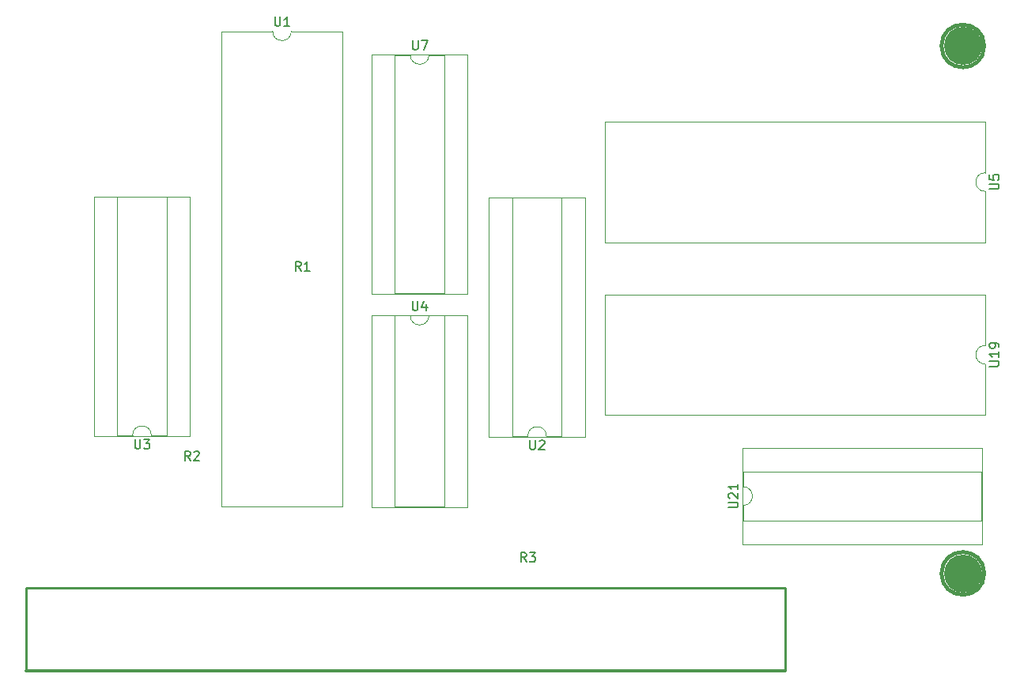
<source format=gto>
%TF.GenerationSoftware,KiCad,Pcbnew,(6.0.9)*%
%TF.CreationDate,2023-01-14T12:16:42+02:00*%
%TF.ProjectId,CPU,4350552e-6b69-4636-9164-5f7063625858,rev?*%
%TF.SameCoordinates,Original*%
%TF.FileFunction,Legend,Top*%
%TF.FilePolarity,Positive*%
%FSLAX46Y46*%
G04 Gerber Fmt 4.6, Leading zero omitted, Abs format (unit mm)*
G04 Created by KiCad (PCBNEW (6.0.9)) date 2023-01-14 12:16:42*
%MOMM*%
%LPD*%
G01*
G04 APERTURE LIST*
%ADD10C,0.150000*%
%ADD11C,0.120000*%
%ADD12C,0.254000*%
%ADD13C,0.304800*%
%ADD14C,0.381000*%
%ADD15C,4.064000*%
G04 APERTURE END LIST*
D10*
%TO.C,U19*%
X204782380Y-101633095D02*
X205591904Y-101633095D01*
X205687142Y-101585476D01*
X205734761Y-101537857D01*
X205782380Y-101442619D01*
X205782380Y-101252142D01*
X205734761Y-101156904D01*
X205687142Y-101109285D01*
X205591904Y-101061666D01*
X204782380Y-101061666D01*
X205782380Y-100061666D02*
X205782380Y-100633095D01*
X205782380Y-100347380D02*
X204782380Y-100347380D01*
X204925238Y-100442619D01*
X205020476Y-100537857D01*
X205068095Y-100633095D01*
X205782380Y-99585476D02*
X205782380Y-99395000D01*
X205734761Y-99299761D01*
X205687142Y-99252142D01*
X205544285Y-99156904D01*
X205353809Y-99109285D01*
X204972857Y-99109285D01*
X204877619Y-99156904D01*
X204830000Y-99204523D01*
X204782380Y-99299761D01*
X204782380Y-99490238D01*
X204830000Y-99585476D01*
X204877619Y-99633095D01*
X204972857Y-99680714D01*
X205210952Y-99680714D01*
X205306190Y-99633095D01*
X205353809Y-99585476D01*
X205401428Y-99490238D01*
X205401428Y-99299761D01*
X205353809Y-99204523D01*
X205306190Y-99156904D01*
X205210952Y-99109285D01*
%TO.C,U2*%
X155578095Y-109557380D02*
X155578095Y-110366904D01*
X155625714Y-110462142D01*
X155673333Y-110509761D01*
X155768571Y-110557380D01*
X155959047Y-110557380D01*
X156054285Y-110509761D01*
X156101904Y-110462142D01*
X156149523Y-110366904D01*
X156149523Y-109557380D01*
X156578095Y-109652619D02*
X156625714Y-109605000D01*
X156720952Y-109557380D01*
X156959047Y-109557380D01*
X157054285Y-109605000D01*
X157101904Y-109652619D01*
X157149523Y-109747857D01*
X157149523Y-109843095D01*
X157101904Y-109985952D01*
X156530476Y-110557380D01*
X157149523Y-110557380D01*
%TO.C,U21*%
X176847380Y-116778095D02*
X177656904Y-116778095D01*
X177752142Y-116730476D01*
X177799761Y-116682857D01*
X177847380Y-116587619D01*
X177847380Y-116397142D01*
X177799761Y-116301904D01*
X177752142Y-116254285D01*
X177656904Y-116206666D01*
X176847380Y-116206666D01*
X176942619Y-115778095D02*
X176895000Y-115730476D01*
X176847380Y-115635238D01*
X176847380Y-115397142D01*
X176895000Y-115301904D01*
X176942619Y-115254285D01*
X177037857Y-115206666D01*
X177133095Y-115206666D01*
X177275952Y-115254285D01*
X177847380Y-115825714D01*
X177847380Y-115206666D01*
X177847380Y-114254285D02*
X177847380Y-114825714D01*
X177847380Y-114540000D02*
X176847380Y-114540000D01*
X176990238Y-114635238D01*
X177085476Y-114730476D01*
X177133095Y-114825714D01*
%TO.C,U1*%
X128265095Y-64183380D02*
X128265095Y-64992904D01*
X128312714Y-65088142D01*
X128360333Y-65135761D01*
X128455571Y-65183380D01*
X128646047Y-65183380D01*
X128741285Y-65135761D01*
X128788904Y-65088142D01*
X128836523Y-64992904D01*
X128836523Y-64183380D01*
X129836523Y-65183380D02*
X129265095Y-65183380D01*
X129550809Y-65183380D02*
X129550809Y-64183380D01*
X129455571Y-64326238D01*
X129360333Y-64421476D01*
X129265095Y-64469095D01*
%TO.C,U7*%
X143012095Y-66723380D02*
X143012095Y-67532904D01*
X143059714Y-67628142D01*
X143107333Y-67675761D01*
X143202571Y-67723380D01*
X143393047Y-67723380D01*
X143488285Y-67675761D01*
X143535904Y-67628142D01*
X143583523Y-67532904D01*
X143583523Y-66723380D01*
X143964476Y-66723380D02*
X144631142Y-66723380D01*
X144202571Y-67723380D01*
%TO.C,U4*%
X143002095Y-94658380D02*
X143002095Y-95467904D01*
X143049714Y-95563142D01*
X143097333Y-95610761D01*
X143192571Y-95658380D01*
X143383047Y-95658380D01*
X143478285Y-95610761D01*
X143525904Y-95563142D01*
X143573523Y-95467904D01*
X143573523Y-94658380D01*
X144478285Y-94991714D02*
X144478285Y-95658380D01*
X144240190Y-94610761D02*
X144002095Y-95325047D01*
X144621142Y-95325047D01*
%TO.C,U3*%
X113274095Y-109473380D02*
X113274095Y-110282904D01*
X113321714Y-110378142D01*
X113369333Y-110425761D01*
X113464571Y-110473380D01*
X113655047Y-110473380D01*
X113750285Y-110425761D01*
X113797904Y-110378142D01*
X113845523Y-110282904D01*
X113845523Y-109473380D01*
X114226476Y-109473380D02*
X114845523Y-109473380D01*
X114512190Y-109854333D01*
X114655047Y-109854333D01*
X114750285Y-109901952D01*
X114797904Y-109949571D01*
X114845523Y-110044809D01*
X114845523Y-110282904D01*
X114797904Y-110378142D01*
X114750285Y-110425761D01*
X114655047Y-110473380D01*
X114369333Y-110473380D01*
X114274095Y-110425761D01*
X114226476Y-110378142D01*
%TO.C,U5*%
X204782380Y-82656904D02*
X205591904Y-82656904D01*
X205687142Y-82609285D01*
X205734761Y-82561666D01*
X205782380Y-82466428D01*
X205782380Y-82275952D01*
X205734761Y-82180714D01*
X205687142Y-82133095D01*
X205591904Y-82085476D01*
X204782380Y-82085476D01*
X204782380Y-81133095D02*
X204782380Y-81609285D01*
X205258571Y-81656904D01*
X205210952Y-81609285D01*
X205163333Y-81514047D01*
X205163333Y-81275952D01*
X205210952Y-81180714D01*
X205258571Y-81133095D01*
X205353809Y-81085476D01*
X205591904Y-81085476D01*
X205687142Y-81133095D01*
X205734761Y-81180714D01*
X205782380Y-81275952D01*
X205782380Y-81514047D01*
X205734761Y-81609285D01*
X205687142Y-81656904D01*
%TO.C,R2*%
X119213333Y-111738380D02*
X118880000Y-111262190D01*
X118641904Y-111738380D02*
X118641904Y-110738380D01*
X119022857Y-110738380D01*
X119118095Y-110786000D01*
X119165714Y-110833619D01*
X119213333Y-110928857D01*
X119213333Y-111071714D01*
X119165714Y-111166952D01*
X119118095Y-111214571D01*
X119022857Y-111262190D01*
X118641904Y-111262190D01*
X119594285Y-110833619D02*
X119641904Y-110786000D01*
X119737142Y-110738380D01*
X119975238Y-110738380D01*
X120070476Y-110786000D01*
X120118095Y-110833619D01*
X120165714Y-110928857D01*
X120165714Y-111024095D01*
X120118095Y-111166952D01*
X119546666Y-111738380D01*
X120165714Y-111738380D01*
%TO.C,R1*%
X131060333Y-91418380D02*
X130727000Y-90942190D01*
X130488904Y-91418380D02*
X130488904Y-90418380D01*
X130869857Y-90418380D01*
X130965095Y-90466000D01*
X131012714Y-90513619D01*
X131060333Y-90608857D01*
X131060333Y-90751714D01*
X131012714Y-90846952D01*
X130965095Y-90894571D01*
X130869857Y-90942190D01*
X130488904Y-90942190D01*
X132012714Y-91418380D02*
X131441285Y-91418380D01*
X131727000Y-91418380D02*
X131727000Y-90418380D01*
X131631761Y-90561238D01*
X131536523Y-90656476D01*
X131441285Y-90704095D01*
%TO.C,R3*%
X155190333Y-122592380D02*
X154857000Y-122116190D01*
X154618904Y-122592380D02*
X154618904Y-121592380D01*
X154999857Y-121592380D01*
X155095095Y-121640000D01*
X155142714Y-121687619D01*
X155190333Y-121782857D01*
X155190333Y-121925714D01*
X155142714Y-122020952D01*
X155095095Y-122068571D01*
X154999857Y-122116190D01*
X154618904Y-122116190D01*
X155523666Y-121592380D02*
X156142714Y-121592380D01*
X155809380Y-121973333D01*
X155952238Y-121973333D01*
X156047476Y-122020952D01*
X156095095Y-122068571D01*
X156142714Y-122163809D01*
X156142714Y-122401904D01*
X156095095Y-122497142D01*
X156047476Y-122544761D01*
X155952238Y-122592380D01*
X155666523Y-122592380D01*
X155571285Y-122544761D01*
X155523666Y-122497142D01*
D11*
%TO.C,U19*%
X204330000Y-99395000D02*
G75*
G03*
X204330000Y-101395000I0J-1000000D01*
G01*
X163570000Y-106855000D02*
X204330000Y-106855000D01*
X204330000Y-93935000D02*
X163570000Y-93935000D01*
X163570000Y-93935000D02*
X163570000Y-106855000D01*
X204330000Y-106855000D02*
X204330000Y-101395000D01*
X204330000Y-99395000D02*
X204330000Y-93935000D01*
D12*
%TO.C,BUS1*%
X182880000Y-125412500D02*
X182880000Y-134302500D01*
D13*
X182880000Y-134302500D02*
X101600000Y-134302500D01*
D12*
X101600000Y-134302500D02*
X101600000Y-125412500D01*
X182880000Y-125412500D02*
X101600000Y-125412500D01*
D11*
%TO.C,U2*%
X151200000Y-83525000D02*
X151200000Y-109165000D01*
X157340000Y-109105000D02*
X158990000Y-109105000D01*
X158990000Y-109105000D02*
X158990000Y-83585000D01*
X161480000Y-83525000D02*
X151200000Y-83525000D01*
X153690000Y-109105000D02*
X155340000Y-109105000D01*
X153690000Y-83585000D02*
X153690000Y-109105000D01*
X161480000Y-109165000D02*
X161480000Y-83525000D01*
X158990000Y-83585000D02*
X153690000Y-83585000D01*
X151200000Y-109165000D02*
X161480000Y-109165000D01*
X157340000Y-109105000D02*
G75*
G03*
X155340000Y-109105000I-1000000J0D01*
G01*
%TO.C,U21*%
X178395000Y-118190000D02*
X203915000Y-118190000D01*
X178335000Y-110400000D02*
X178335000Y-120680000D01*
X203915000Y-112890000D02*
X178395000Y-112890000D01*
X178395000Y-116540000D02*
X178395000Y-118190000D01*
X203915000Y-118190000D02*
X203915000Y-112890000D01*
X178335000Y-120680000D02*
X203975000Y-120680000D01*
X203975000Y-110400000D02*
X178335000Y-110400000D01*
X203975000Y-120680000D02*
X203975000Y-110400000D01*
X178395000Y-112890000D02*
X178395000Y-114540000D01*
X178395000Y-116540000D02*
G75*
G03*
X178395000Y-114540000I0J1000000D01*
G01*
%TO.C,U1*%
X122567000Y-65731000D02*
X122567000Y-116651000D01*
X135487000Y-116651000D02*
X135487000Y-65731000D01*
X135487000Y-65731000D02*
X130027000Y-65731000D01*
X128027000Y-65731000D02*
X122567000Y-65731000D01*
X122567000Y-116651000D02*
X135487000Y-116651000D01*
X128027000Y-65731000D02*
G75*
G03*
X130027000Y-65731000I1000000J0D01*
G01*
%TO.C,U7*%
X141124000Y-68271000D02*
X141124000Y-93791000D01*
X146424000Y-93791000D02*
X146424000Y-68271000D01*
X148914000Y-68211000D02*
X138634000Y-68211000D01*
X148914000Y-93851000D02*
X148914000Y-68211000D01*
X138634000Y-93851000D02*
X148914000Y-93851000D01*
X146424000Y-68271000D02*
X144774000Y-68271000D01*
X138634000Y-68211000D02*
X138634000Y-93851000D01*
X141124000Y-93791000D02*
X146424000Y-93791000D01*
X142774000Y-68271000D02*
X141124000Y-68271000D01*
X142774000Y-68271000D02*
G75*
G03*
X144774000Y-68271000I1000000J0D01*
G01*
%TO.C,U4*%
X146414000Y-116646000D02*
X146414000Y-96206000D01*
X148904000Y-96146000D02*
X138624000Y-96146000D01*
X142764000Y-96206000D02*
X141114000Y-96206000D01*
X141114000Y-116646000D02*
X146414000Y-116646000D01*
X146414000Y-96206000D02*
X144764000Y-96206000D01*
X141114000Y-96206000D02*
X141114000Y-116646000D01*
X138624000Y-116706000D02*
X148904000Y-116706000D01*
X148904000Y-116706000D02*
X148904000Y-96146000D01*
X138624000Y-96146000D02*
X138624000Y-116706000D01*
X142764000Y-96206000D02*
G75*
G03*
X144764000Y-96206000I1000000J0D01*
G01*
%TO.C,U3*%
X111386000Y-83501000D02*
X111386000Y-109021000D01*
X116686000Y-83501000D02*
X111386000Y-83501000D01*
X115036000Y-109021000D02*
X116686000Y-109021000D01*
X119176000Y-109081000D02*
X119176000Y-83441000D01*
X108896000Y-109081000D02*
X119176000Y-109081000D01*
X119176000Y-83441000D02*
X108896000Y-83441000D01*
X108896000Y-83441000D02*
X108896000Y-109081000D01*
X116686000Y-109021000D02*
X116686000Y-83501000D01*
X111386000Y-109021000D02*
X113036000Y-109021000D01*
X115036000Y-109021000D02*
G75*
G03*
X113036000Y-109021000I-1000000J0D01*
G01*
D14*
%TO.C,HOLE1*%
X204216000Y-67310000D02*
G75*
G03*
X204216000Y-67310000I-2286000J0D01*
G01*
%TO.C,HOLE2*%
X204216000Y-123825000D02*
G75*
G03*
X204216000Y-123825000I-2286000J0D01*
G01*
D11*
%TO.C,U5*%
X163570000Y-75435000D02*
X163570000Y-88355000D01*
X204330000Y-80895000D02*
X204330000Y-75435000D01*
X204330000Y-88355000D02*
X204330000Y-82895000D01*
X204330000Y-75435000D02*
X163570000Y-75435000D01*
X163570000Y-88355000D02*
X204330000Y-88355000D01*
X204330000Y-80895000D02*
G75*
G03*
X204330000Y-82895000I0J-1000000D01*
G01*
%TD*%
D15*
%TO.C,HOLE1*%
X201930000Y-67310000D03*
%TD*%
%TO.C,HOLE2*%
X201930000Y-123825000D03*
%TD*%
M02*

</source>
